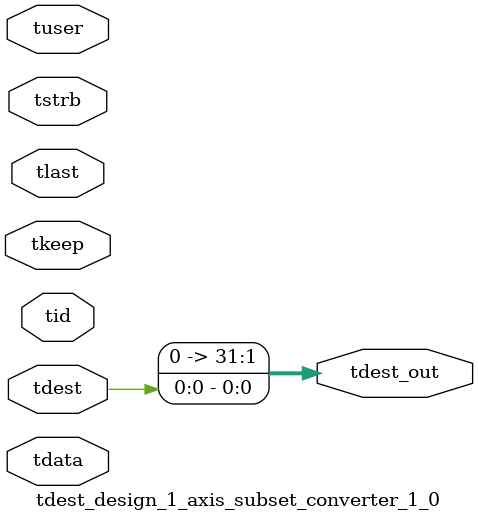
<source format=v>


`timescale 1ps/1ps

module tdest_design_1_axis_subset_converter_1_0 #
(
parameter C_S_AXIS_TDATA_WIDTH = 32,
parameter C_S_AXIS_TUSER_WIDTH = 0,
parameter C_S_AXIS_TID_WIDTH   = 0,
parameter C_S_AXIS_TDEST_WIDTH = 0,
parameter C_M_AXIS_TDEST_WIDTH = 32
)
(
input  [(C_S_AXIS_TDATA_WIDTH == 0 ? 1 : C_S_AXIS_TDATA_WIDTH)-1:0     ] tdata,
input  [(C_S_AXIS_TUSER_WIDTH == 0 ? 1 : C_S_AXIS_TUSER_WIDTH)-1:0     ] tuser,
input  [(C_S_AXIS_TID_WIDTH   == 0 ? 1 : C_S_AXIS_TID_WIDTH)-1:0       ] tid,
input  [(C_S_AXIS_TDEST_WIDTH == 0 ? 1 : C_S_AXIS_TDEST_WIDTH)-1:0     ] tdest,
input  [(C_S_AXIS_TDATA_WIDTH/8)-1:0 ] tkeep,
input  [(C_S_AXIS_TDATA_WIDTH/8)-1:0 ] tstrb,
input                                                                    tlast,
output [C_M_AXIS_TDEST_WIDTH-1:0] tdest_out
);

assign tdest_out = {tdest[0:0]};

endmodule


</source>
